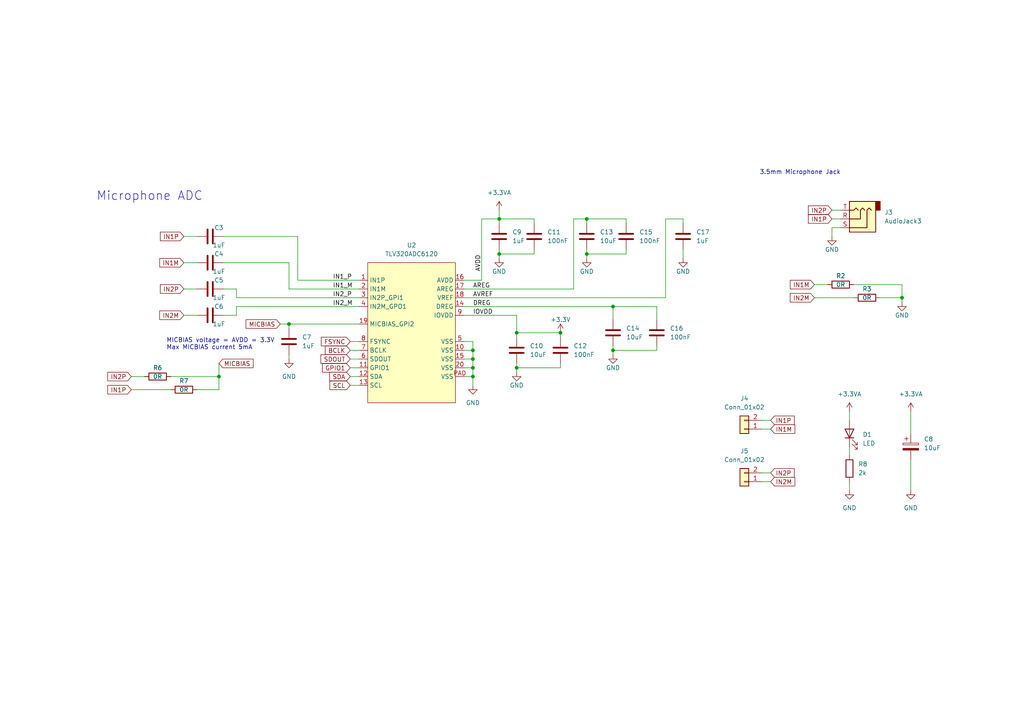
<source format=kicad_sch>
(kicad_sch (version 20230121) (generator eeschema)
  (paper "A4")
  (lib_symbols
    (symbol "Connector:AudioJack3"
      (property "Reference" "J" (at 0 8.89 0))
      (property "Value" "AudioJack3" (at 0 6.35 0))
      (symbol "AudioJack3_0_1"
        (rectangle (start -5.08 -5.08) (end -6.35 -2.54) (stroke (width 0.254)) (fill (type outline)))
        (polyline (pts (xy 0 -2.54) (xy 0.635 -3.175) (xy 1.27 -2.54) (xy 2.54 -2.54)) (stroke (width 0.254)))
        (polyline (pts (xy -1.905 -2.54) (xy -1.27 -3.175) (xy -0.635 -2.54) (xy -0.635 0) (xy 2.54 0)) (stroke (width 0.254)))
        (polyline (pts (xy 2.54 2.54) (xy -2.54 2.54) (xy -2.54 -2.54) (xy -3.175 -3.175) (xy -3.81 -2.54)) (stroke (width 0.254)))
        (rectangle (start 2.54 3.81) (end -5.08 -5.08) (stroke (width 0.254)) (fill (type background)))
      )
      (symbol "AudioJack3_1_1"
        (pin passive line (at 5.08 0 180) (length 2.54) (name "~") (number "R"))
        (pin passive line (at 5.08 2.54 180) (length 2.54) (name "~") (number "S"))
        (pin passive line (at 5.08 -2.54 180) (length 2.54) (name "~") (number "T"))
      )
    )
    (symbol "Connector_Generic:Conn_01x02" (pin_names (offset 1.016) hide)
      (property "Reference" "J" (at 0 2.54 0))
      (property "Value" "Conn_01x02" (at 0 -5.08 0))
      (symbol "Conn_01x02_1_1"
        (rectangle (start -1.27 -2.413) (end 0 -2.667) (stroke (width 0.1524)))
        (rectangle (start -1.27 0.127) (end 0 -0.127) (stroke (width 0.1524)))
        (rectangle (start -1.27 1.27) (end 1.27 -3.81) (stroke (width 0.254)) (fill (type background)))
        (pin passive line (at -5.08 0 0) (length 3.81) (name "Pin_1") (number "1"))
        (pin passive line (at -5.08 -2.54 0) (length 3.81) (name "Pin_2") (number "2"))
      )
    )
    (symbol "Device:C" (pin_numbers hide) (pin_names (offset 0.254))
      (property "Reference" "C" (at 0.635 2.54 0))
      (property "Value" "C" (at 0.635 -2.54 0))
      (symbol "C_0_1"
        (polyline (pts (xy -2.032 -0.762) (xy 2.032 -0.762)) (stroke (width 0.508)))
        (polyline (pts (xy -2.032 0.762) (xy 2.032 0.762)) (stroke (width 0.508)))
      )
      (symbol "C_1_1"
        (pin passive line (at 0 3.81 270) (length 2.794) (name "~") (number "1"))
        (pin passive line (at 0 -3.81 90) (length 2.794) (name "~") (number "2"))
      )
    )
    (symbol "Device:C_Polarized" (pin_numbers hide) (pin_names (offset 0.254))
      (property "Reference" "C" (at 0.635 2.54 0))
      (property "Value" "C_Polarized" (at 0.635 -2.54 0))
      (symbol "C_Polarized_0_1"
        (rectangle (start -2.286 0.508) (end 2.286 1.016))
        (polyline (pts (xy -1.778 2.286) (xy -0.762 2.286)))
        (polyline (pts (xy -1.27 2.794) (xy -1.27 1.778)))
        (rectangle (start 2.286 -0.508) (end -2.286 -1.016) (fill (type outline)))
      )
      (symbol "C_Polarized_1_1"
        (pin passive line (at 0 3.81 270) (length 2.794) (name "~") (number "1"))
        (pin passive line (at 0 -3.81 90) (length 2.794) (name "~") (number "2"))
      )
    )
    (symbol "Device:LED" (pin_numbers hide) (pin_names (offset 1.016) hide)
      (property "Reference" "D" (at 0 2.54 0))
      (property "Value" "LED" (at 0 -2.54 0))
      (symbol "LED_0_1"
        (polyline (pts (xy -1.27 -1.27) (xy -1.27 1.27)) (stroke (width 0.254)))
        (polyline (pts (xy -1.27 0) (xy 1.27 0)))
        (polyline (pts (xy 1.27 -1.27) (xy 1.27 1.27) (xy -1.27 0) (xy 1.27 -1.27)) (stroke (width 0.254)))
        (polyline (pts (xy -3.048 -0.762) (xy -4.572 -2.286) (xy -3.81 -2.286) (xy -4.572 -2.286) (xy -4.572 -1.524)))
        (polyline (pts (xy -1.778 -0.762) (xy -3.302 -2.286) (xy -2.54 -2.286) (xy -3.302 -2.286) (xy -3.302 -1.524)))
      )
      (symbol "LED_1_1"
        (pin passive line (at -3.81 0 0) (length 2.54) (name "K") (number "1"))
        (pin passive line (at 3.81 0 180) (length 2.54) (name "A") (number "2"))
      )
    )
    (symbol "Device:R" (pin_numbers hide) (pin_names (offset 0))
      (property "Reference" "R" (at 2.032 0 90))
      (property "Value" "R" (at 0 0 90))
      (symbol "R_0_1"
        (rectangle (start -1.016 -2.54) (end 1.016 2.54) (stroke (width 0.254)))
      )
      (symbol "R_1_1"
        (pin passive line (at 0 3.81 270) (length 1.27) (name "~") (number "1"))
        (pin passive line (at 0 -3.81 90) (length 1.27) (name "~") (number "2"))
      )
    )
    (symbol "Project_Library:TLV320ADC6120"
      (property "Reference" "U" (at 0 15.24 0))
      (property "Value" "TLV320ADC6120" (at 0 -20.32 0))
      (symbol "TLV320ADC6120_0_1"
        (rectangle (start -12.7 17.78) (end 12.7 -22.86) (fill (type background)))
      )
      (symbol "TLV320ADC6120_1_1"
        (pin input line (at -15.24 12.7 0) (length 2.54) (name "IN1P") (number "1"))
        (pin power_in line (at 15.24 -7.62 180) (length 2.54) (name "VSS") (number "10"))
        (pin bidirectional line (at -15.24 -12.7 0) (length 2.54) (name "GPIO1") (number "11"))
        (pin bidirectional line (at -15.24 -15.24 0) (length 2.54) (name "SDA") (number "12"))
        (pin input line (at -15.24 -17.78 0) (length 2.54) (name "SCL") (number "13"))
        (pin power_in line (at 15.24 5.08 180) (length 2.54) (name "DREG") (number "14"))
        (pin power_in line (at 15.24 -10.16 180) (length 2.54) (name "VSS") (number "15"))
        (pin power_in line (at 15.24 12.7 180) (length 2.54) (name "AVDD") (number "16"))
        (pin power_in line (at 15.24 10.16 180) (length 2.54) (name "AREG") (number "17"))
        (pin output line (at 15.24 7.62 180) (length 2.54) (name "VREF") (number "18"))
        (pin bidirectional line (at -15.24 0 0) (length 2.54) (name "MICBIAS_GPI2") (number "19"))
        (pin input line (at -15.24 10.16 0) (length 2.54) (name "IN1M") (number "2"))
        (pin power_in line (at 15.24 -12.7 180) (length 2.54) (name "VSS") (number "20"))
        (pin input line (at -15.24 7.62 0) (length 2.54) (name "IN2P_GPI1") (number "3"))
        (pin bidirectional line (at -15.24 5.08 0) (length 2.54) (name "IN2M_GPO1") (number "4"))
        (pin power_in line (at 15.24 -5.08 180) (length 2.54) (name "VSS") (number "5"))
        (pin output line (at -15.24 -10.16 0) (length 2.54) (name "SDOUT") (number "6"))
        (pin bidirectional line (at -15.24 -7.62 0) (length 2.54) (name "BCLK") (number "7"))
        (pin bidirectional line (at -15.24 -5.08 0) (length 2.54) (name "FSYNC") (number "8"))
        (pin power_in line (at 15.24 2.54 180) (length 2.54) (name "IOVDD") (number "9"))
        (pin power_in line (at 15.24 -15.24 180) (length 2.54) (name "VSS") (number "PAD"))
      )
    )
    (symbol "power:+3.3V" (power) (pin_names (offset 0))
      (property "Value" "+3.3V" (at 0 3.556 0))
      (symbol "+3.3V_0_1"
        (polyline (pts (xy -0.762 1.27) (xy 0 2.54)))
        (polyline (pts (xy 0 0) (xy 0 2.54)))
        (polyline (pts (xy 0 2.54) (xy 0.762 1.27)))
      )
      (symbol "+3.3V_1_1"
        (pin power_in line (at 0 0 90) (length 0) hide (name "+3.3V") (number "1"))
      )
    )
    (symbol "power:+3.3VA" (power) (pin_names (offset 0))
      (property "Value" "+3.3VA" (at 0 3.556 0))
      (symbol "+3.3VA_0_1"
        (polyline (pts (xy -0.762 1.27) (xy 0 2.54)))
        (polyline (pts (xy 0 0) (xy 0 2.54)))
        (polyline (pts (xy 0 2.54) (xy 0.762 1.27)))
      )
      (symbol "+3.3VA_1_1"
        (pin power_in line (at 0 0 90) (length 0) hide (name "+3.3VA") (number "1"))
      )
    )
    (symbol "power:GND" (power) (pin_names (offset 0))
      (property "Value" "GND" (at 0 -3.81 0))
      (symbol "GND_0_1"
        (polyline (pts (xy 0 0) (xy 0 -1.27) (xy 1.27 -1.27) (xy 0 -2.54) (xy -1.27 -1.27) (xy 0 -1.27)))
      )
      (symbol "GND_1_1"
        (pin power_in line (at 0 0 270) (length 0) hide (name "GND") (number "1"))
      )
    )
  )
  (junction (at 177.8 88.9))
  (junction (at 170.18 73.66))
  (junction (at 162.56 96.52))
  (junction (at 144.78 73.66))
  (junction (at 144.78 63.5))
  (junction (at 261.62 86.36))
  (junction (at 137.16 104.14))
  (junction (at 137.16 101.6))
  (junction (at 63.5 109.22))
  (junction (at 137.16 106.68))
  (junction (at 83.82 93.98))
  (junction (at 149.86 106.68))
  (junction (at 170.18 63.5))
  (junction (at 137.16 109.22))
  (junction (at 149.86 96.52))
  (junction (at 177.8 101.6))
  (wire (pts (xy 144.78 60.96) (xy 144.78 63.5)))
  (wire (pts (xy 149.86 96.52) (xy 162.56 96.52)))
  (wire (pts (xy 38.1 113.03) (xy 49.53 113.03)))
  (wire (pts (xy 101.6 109.22) (xy 104.14 109.22)))
  (wire (pts (xy 162.56 96.52) (xy 162.56 97.79)))
  (wire (pts (xy 101.6 99.06) (xy 104.14 99.06)))
  (wire (pts (xy 154.94 64.77) (xy 154.94 63.5)))
  (wire (pts (xy 264.16 119.38) (xy 264.16 125.73)))
  (wire (pts (xy 246.38 129.54) (xy 246.38 132.08)))
  (wire (pts (xy 64.77 91.44) (xy 68.58 91.44)))
  (wire (pts (xy 101.6 104.14) (xy 104.14 104.14)))
  (wire (pts (xy 134.62 83.82) (xy 166.37 83.82)))
  (wire (pts (xy 104.14 81.28) (xy 86.36 81.28)))
  (wire (pts (xy 83.82 102.87) (xy 83.82 104.14)))
  (wire (pts (xy 154.94 72.39) (xy 154.94 73.66)))
  (wire (pts (xy 255.27 86.36) (xy 261.62 86.36)))
  (wire (pts (xy 193.04 63.5) (xy 198.12 63.5)))
  (wire (pts (xy 170.18 73.66) (xy 170.18 74.93)))
  (wire (pts (xy 139.7 63.5) (xy 139.7 81.28)))
  (wire (pts (xy 68.58 88.9) (xy 68.58 91.44)))
  (wire (pts (xy 220.98 121.92) (xy 223.52 121.92)))
  (wire (pts (xy 53.34 83.82) (xy 57.15 83.82)))
  (wire (pts (xy 154.94 73.66) (xy 144.78 73.66)))
  (wire (pts (xy 144.78 63.5) (xy 144.78 64.77)))
  (wire (pts (xy 144.78 74.93) (xy 144.78 73.66)))
  (wire (pts (xy 181.61 72.39) (xy 181.61 73.66)))
  (wire (pts (xy 243.84 66.04) (xy 241.3 66.04)))
  (wire (pts (xy 101.6 111.76) (xy 104.14 111.76)))
  (wire (pts (xy 63.5 113.03) (xy 57.15 113.03)))
  (wire (pts (xy 236.22 82.55) (xy 240.03 82.55)))
  (wire (pts (xy 154.94 63.5) (xy 144.78 63.5)))
  (wire (pts (xy 177.8 88.9) (xy 190.5 88.9)))
  (wire (pts (xy 181.61 64.77) (xy 181.61 63.5)))
  (wire (pts (xy 53.34 68.58) (xy 57.15 68.58)))
  (wire (pts (xy 149.86 106.68) (xy 149.86 107.95)))
  (wire (pts (xy 83.82 83.82) (xy 83.82 76.2)))
  (wire (pts (xy 144.78 72.39) (xy 144.78 73.66)))
  (wire (pts (xy 64.77 68.58) (xy 86.36 68.58)))
  (wire (pts (xy 177.8 88.9) (xy 177.8 92.71)))
  (wire (pts (xy 220.98 124.46) (xy 223.52 124.46)))
  (wire (pts (xy 83.82 93.98) (xy 104.14 93.98)))
  (wire (pts (xy 236.22 86.36) (xy 247.65 86.36)))
  (wire (pts (xy 243.84 60.96) (xy 241.3 60.96)))
  (wire (pts (xy 198.12 72.39) (xy 198.12 74.93)))
  (wire (pts (xy 139.7 81.28) (xy 134.62 81.28)))
  (wire (pts (xy 137.16 99.06) (xy 137.16 101.6)))
  (wire (pts (xy 261.62 86.36) (xy 261.62 87.63)))
  (wire (pts (xy 166.37 63.5) (xy 170.18 63.5)))
  (wire (pts (xy 81.28 93.98) (xy 83.82 93.98)))
  (wire (pts (xy 246.38 139.7) (xy 246.38 142.24)))
  (wire (pts (xy 134.62 109.22) (xy 137.16 109.22)))
  (wire (pts (xy 181.61 63.5) (xy 170.18 63.5)))
  (wire (pts (xy 198.12 63.5) (xy 198.12 64.77)))
  (wire (pts (xy 86.36 81.28) (xy 86.36 68.58)))
  (wire (pts (xy 83.82 93.98) (xy 83.82 95.25)))
  (wire (pts (xy 261.62 82.55) (xy 261.62 86.36)))
  (wire (pts (xy 177.8 101.6) (xy 177.8 102.87)))
  (wire (pts (xy 63.5 109.22) (xy 63.5 113.03)))
  (wire (pts (xy 247.65 82.55) (xy 261.62 82.55)))
  (wire (pts (xy 38.1 109.22) (xy 41.91 109.22)))
  (wire (pts (xy 149.86 91.44) (xy 134.62 91.44)))
  (wire (pts (xy 101.6 106.68) (xy 104.14 106.68)))
  (wire (pts (xy 134.62 88.9) (xy 177.8 88.9)))
  (wire (pts (xy 139.7 63.5) (xy 144.78 63.5)))
  (wire (pts (xy 134.62 106.68) (xy 137.16 106.68)))
  (wire (pts (xy 134.62 101.6) (xy 137.16 101.6)))
  (wire (pts (xy 170.18 63.5) (xy 170.18 64.77)))
  (wire (pts (xy 220.98 139.7) (xy 223.52 139.7)))
  (wire (pts (xy 193.04 86.36) (xy 193.04 63.5)))
  (wire (pts (xy 243.84 63.5) (xy 241.3 63.5)))
  (wire (pts (xy 134.62 104.14) (xy 137.16 104.14)))
  (wire (pts (xy 246.38 119.38) (xy 246.38 121.92)))
  (wire (pts (xy 137.16 104.14) (xy 137.16 106.68)))
  (wire (pts (xy 241.3 66.04) (xy 241.3 68.58)))
  (wire (pts (xy 104.14 88.9) (xy 68.58 88.9)))
  (wire (pts (xy 149.86 105.41) (xy 149.86 106.68)))
  (wire (pts (xy 190.5 100.33) (xy 190.5 101.6)))
  (wire (pts (xy 149.86 96.52) (xy 149.86 91.44)))
  (wire (pts (xy 170.18 72.39) (xy 170.18 73.66)))
  (wire (pts (xy 53.34 91.44) (xy 57.15 91.44)))
  (wire (pts (xy 181.61 73.66) (xy 170.18 73.66)))
  (wire (pts (xy 68.58 83.82) (xy 64.77 83.82)))
  (wire (pts (xy 64.77 76.2) (xy 83.82 76.2)))
  (wire (pts (xy 166.37 83.82) (xy 166.37 63.5)))
  (wire (pts (xy 134.62 86.36) (xy 193.04 86.36)))
  (wire (pts (xy 190.5 101.6) (xy 177.8 101.6)))
  (wire (pts (xy 104.14 86.36) (xy 68.58 86.36)))
  (wire (pts (xy 177.8 100.33) (xy 177.8 101.6)))
  (wire (pts (xy 149.86 96.52) (xy 149.86 97.79)))
  (wire (pts (xy 162.56 105.41) (xy 162.56 106.68)))
  (wire (pts (xy 49.53 109.22) (xy 63.5 109.22)))
  (wire (pts (xy 134.62 99.06) (xy 137.16 99.06)))
  (wire (pts (xy 162.56 106.68) (xy 149.86 106.68)))
  (wire (pts (xy 104.14 83.82) (xy 83.82 83.82)))
  (wire (pts (xy 101.6 101.6) (xy 104.14 101.6)))
  (wire (pts (xy 137.16 101.6) (xy 137.16 104.14)))
  (wire (pts (xy 63.5 105.41) (xy 63.5 109.22)))
  (wire (pts (xy 53.34 76.2) (xy 57.15 76.2)))
  (wire (pts (xy 68.58 86.36) (xy 68.58 83.82)))
  (wire (pts (xy 190.5 88.9) (xy 190.5 92.71)))
  (wire (pts (xy 137.16 106.68) (xy 137.16 109.22)))
  (wire (pts (xy 137.16 109.22) (xy 137.16 111.76)))
  (wire (pts (xy 264.16 133.35) (xy 264.16 142.24)))
  (wire (pts (xy 220.98 137.16) (xy 223.52 137.16)))
  (text "3.5mm Microphone Jack" (at 243.84 50.8 0) (effects (font (size 1.27 1.27)) (justify right bottom)))
  (text "MICBIAS voltage = AVDD = 3.3V\nMax MICBIAS current 5mA" (at 48.26 101.6 0) (effects (font (size 1.27 1.27)) (justify left bottom)))
  (text "Microphone ADC" (at 27.94 58.42 0) (effects (font (size 2.54 2.54)) (justify left bottom)))
  (label "DREG" (at 137.16 88.9 0))
  (label "IN2_P" (at 96.52 86.36 0))
  (label "AREG" (at 137.16 83.82 0))
  (label "IN2_M" (at 96.52 88.9 0))
  (label "AVREF" (at 137.16 86.36 0))
  (label "IOVDD" (at 137.16 91.44 0))
  (label "IN1_P" (at 96.52 81.28 0))
  (label "IN1_M" (at 96.52 83.82 0))
  (label "AVDD" (at 139.7 78.74 90))
  (global_label "IN1M" (shape input) (at 223.52 124.46 0) (property "Intersheetrefs" "${INTERSHEET_REFS}" (effects hide)))
  (global_label "IN2M" (shape input) (at 223.52 139.7 0) (property "Intersheetrefs" "${INTERSHEET_REFS}" (effects hide)))
  (global_label "GPIO1" (shape input) (at 101.6 106.68 180) (property "Intersheetrefs" "${INTERSHEET_REFS}" (effects hide)))
  (global_label "IN2P" (shape input) (at 241.3 60.96 180) (property "Intersheetrefs" "${INTERSHEET_REFS}" (effects hide)))
  (global_label "IN1M" (shape input) (at 53.34 76.2 180) (property "Intersheetrefs" "${INTERSHEET_REFS}" (effects hide)))
  (global_label "SDOUT" (shape input) (at 101.6 104.14 180) (property "Intersheetrefs" "${INTERSHEET_REFS}" (effects hide)))
  (global_label "MICBIAS" (shape input) (at 81.28 93.98 180) (property "Intersheetrefs" "${INTERSHEET_REFS}" (effects hide)))
  (global_label "IN2P" (shape input) (at 53.34 83.82 180) (property "Intersheetrefs" "${INTERSHEET_REFS}" (effects hide)))
  (global_label "IN1P" (shape input) (at 223.52 121.92 0) (property "Intersheetrefs" "${INTERSHEET_REFS}" (effects hide)))
  (global_label "BCLK" (shape input) (at 101.6 101.6 180) (property "Intersheetrefs" "${INTERSHEET_REFS}" (effects hide)))
  (global_label "IN1M" (shape input) (at 236.22 82.55 180) (property "Intersheetrefs" "${INTERSHEET_REFS}" (effects hide)))
  (global_label "IN1P" (shape input) (at 241.3 63.5 180) (property "Intersheetrefs" "${INTERSHEET_REFS}" (effects hide)))
  (global_label "IN2M" (shape input) (at 53.34 91.44 180) (property "Intersheetrefs" "${INTERSHEET_REFS}" (effects hide)))
  (global_label "IN1P" (shape input) (at 53.34 68.58 180) (property "Intersheetrefs" "${INTERSHEET_REFS}" (effects hide)))
  (global_label "IN2P" (shape input) (at 223.52 137.16 0) (property "Intersheetrefs" "${INTERSHEET_REFS}" (effects hide)))
  (global_label "SDA" (shape input) (at 101.6 109.22 180) (property "Intersheetrefs" "${INTERSHEET_REFS}" (effects hide)))
  (global_label "IN2M" (shape input) (at 236.22 86.36 180) (property "Intersheetrefs" "${INTERSHEET_REFS}" (effects hide)))
  (global_label "MICBIAS" (shape input) (at 63.5 105.41 0) (property "Intersheetrefs" "${INTERSHEET_REFS}" (effects hide)))
  (global_label "FSYNC" (shape input) (at 101.6 99.06 180) (property "Intersheetrefs" "${INTERSHEET_REFS}" (effects hide)))
  (global_label "IN2P" (shape input) (at 38.1 109.22 180) (property "Intersheetrefs" "${INTERSHEET_REFS}" (effects hide)))
  (global_label "SCL" (shape input) (at 101.6 111.76 180) (property "Intersheetrefs" "${INTERSHEET_REFS}" (effects hide)))
  (global_label "IN1P" (shape input) (at 38.1 113.03 180) (property "Intersheetrefs" "${INTERSHEET_REFS}" (effects hide)))
  (symbol (lib_id "Device:C") (at 83.82 99.06 0) (unit 1)
    (property "Reference" "C7" (at 87.63 97.7899 0) (effects (justify left)))
    (property "Value" "1uF" (at 87.63 100.3299 0) (effects (justify left)))
    (property "Footprint" "Capacitor_SMD:C_0603_1608Metric" (effects hide))
    (instances (project "TLV320ADC6120_Board" (path "" (reference "C7") (unit 1))) (project "TLV320ADC6120-MOD" (path "" (reference "C212") (unit 1))) (project "STM32-USB-Audio-Board" (path "" (reference "C314") (unit 1))))
  )
  (symbol (lib_id "power:GND") (at 83.82 104.14 0) (unit 1)
    (property "Reference" "#PWR09" (effects hide))
    (property "Value" "GND" (at 83.82 109.22 0))
    (instances (project "TLV320ADC6120_Board" (path "" (reference "#PWR09") (unit 1))) (project "TLV320ADC6120-MOD" (path "" (reference "#PWR0209") (unit 1))) (project "STM32-USB-Audio-Board" (path "" (reference "#PWR0310") (unit 1))))
  )
  (symbol (lib_id "Connector_Generic:Conn_01x02") (at 215.9 139.7 180) (unit 1)
    (property "Reference" "J5" (at 215.9 130.81 0))
    (property "Value" "Conn_01x02" (at 215.9 133.35 0))
    (property "Footprint" "Connector_JST:JST_PH_B2B-PH-SM4-TB_1x02-1MP_P2.00mm_Vertical" (effects hide))
    (instances (project "TLV320ADC6120_Board" (path "" (reference "J5") (unit 1))) (project "TLV320ADC6120-MOD" (path "" (reference "J203") (unit 1))) (project "STM32-USB-Audio-Board" (path "" (reference "J305") (unit 1))))
  )
  (symbol (lib_id "power:GND") (at 198.12 74.93 0) (unit 1)
    (property "Reference" "#PWR019" (effects hide))
    (property "Value" "GND" (at 198.12 78.74 0))
    (instances (project "TLV320ADC6120_Board" (path "" (reference "#PWR019") (unit 1))) (project "TLV320ADC6120-MOD" (path "" (reference "#PWR0205") (unit 1))) (project "STM32-USB-Audio-Board" (path "" (reference "#PWR0306") (unit 1))))
  )
  (symbol (lib_id "Project_Library:TLV320ADC6120") (at 119.38 93.98 0) (unit 1)
    (property "Reference" "U2" (at 119.38 71.12 0))
    (property "Value" "TLV320ADC6120" (at 119.38 73.66 0))
    (property "Footprint" "Library:QFN-16_EP_3x3_Pitch0.5mm" (effects hide))
    (property "Datasheet" "https://www.ti.com/lit/ds/symlink/tlv320adc6120.pdf" (effects hide))
    (instances (project "TLV320ADC6120_Board" (path "" (reference "U2") (unit 1))) (project "TLV320ADC6120-MOD" (path "" (reference "U201") (unit 1))) (project "STM32-USB-Audio-Board" (path "" (reference "U302") (unit 1))))
  )
  (symbol (lib_id "power:+3.3VA") (at 264.16 119.38 0) (unit 1)
    (property "Reference" "#PWR010" (effects hide))
    (property "Value" "+3.3VA" (at 264.16 114.3 0))
    (instances (project "TLV320ADC6120_Board" (path "" (reference "#PWR010") (unit 1))) (project "TLV320ADC6120-MOD" (path "" (reference "#PWR0213") (unit 1))) (project "STM32-USB-Audio-Board" (path "" (reference "#PWR0316") (unit 1))))
  )
  (symbol (lib_id "Device:LED") (at 246.38 125.73 90) (unit 1)
    (property "Reference" "D1" (at 250.19 126.0474 90) (effects (justify right)))
    (property "Value" "LED" (at 250.19 128.5874 90) (effects (justify right)))
    (property "Footprint" "LED_SMD:LED_0603_1608Metric" (effects hide))
    (instances (project "TLV320ADC6120_Board" (path "" (reference "D1") (unit 1))) (project "TLV320ADC6120-MOD" (path "" (reference "D201") (unit 1))) (project "STM32-USB-Audio-Board" (path "" (reference "D301") (unit 1))))
  )
  (symbol (lib_id "Device:C") (at 60.96 76.2 90) (unit 1)
    (property "Reference" "C4" (at 63.5 73.66 90))
    (property "Value" "1uF" (at 63.5 78.74 90))
    (property "Footprint" "Capacitor_SMD:C_1206_3216Metric" (effects hide))
    (instances (project "TLV320ADC6120_Board" (path "" (reference "C4") (unit 1))) (project "TLV320ADC6120-MOD" (path "" (reference "C207") (unit 1))) (project "STM32-USB-Audio-Board" (path "" (reference "C309") (unit 1))))
  )
  (symbol (lib_id "power:GND") (at 144.78 74.93 0) (unit 1)
    (property "Reference" "#PWR014" (effects hide))
    (property "Value" "GND" (at 144.78 78.74 0))
    (instances (project "TLV320ADC6120_Board" (path "" (reference "#PWR014") (unit 1))) (project "TLV320ADC6120-MOD" (path "" (reference "#PWR0203") (unit 1))) (project "STM32-USB-Audio-Board" (path "" (reference "#PWR0304") (unit 1))))
  )
  (symbol (lib_id "power:GND") (at 149.86 107.95 0) (unit 1)
    (property "Reference" "#PWR015" (effects hide))
    (property "Value" "GND" (at 149.86 111.76 0))
    (instances (project "TLV320ADC6120_Board" (path "" (reference "#PWR015") (unit 1))) (project "TLV320ADC6120-MOD" (path "" (reference "#PWR0210") (unit 1))) (project "STM32-USB-Audio-Board" (path "" (reference "#PWR0311") (unit 1))))
  )
  (symbol (lib_id "power:+3.3V") (at 162.56 96.52 0) (unit 1)
    (property "Reference" "#PWR0216" (effects hide))
    (property "Value" "+3.3V" (at 162.56 92.71 0))
  )
  (symbol (lib_id "Device:C") (at 162.56 101.6 0) (unit 1)
    (property "Reference" "C12" (at 166.37 100.3299 0) (effects (justify left)))
    (property "Value" "100nF" (at 166.37 102.8699 0) (effects (justify left)))
    (property "Footprint" "Capacitor_SMD:C_0402_1005Metric" (effects hide))
    (instances (project "TLV320ADC6120_Board" (path "" (reference "C12") (unit 1))) (project "TLV320ADC6120-MOD" (path "" (reference "C214") (unit 1))) (project "STM32-USB-Audio-Board" (path "" (reference "C316") (unit 1))))
  )
  (symbol (lib_id "Device:C") (at 149.86 101.6 0) (unit 1)
    (property "Reference" "C10" (at 153.67 100.3299 0) (effects (justify left)))
    (property "Value" "10uF" (at 153.67 102.8699 0) (effects (justify left)))
    (property "Footprint" "Capacitor_SMD:C_0603_1608Metric" (effects hide))
    (instances (project "TLV320ADC6120_Board" (path "" (reference "C10") (unit 1))) (project "TLV320ADC6120-MOD" (path "" (reference "C213") (unit 1))) (project "STM32-USB-Audio-Board" (path "" (reference "C315") (unit 1))))
  )
  (symbol (lib_id "Device:C") (at 181.61 68.58 0) (unit 1)
    (property "Reference" "C15" (at 185.42 67.3099 0) (effects (justify left)))
    (property "Value" "100nF" (at 185.42 69.8499 0) (effects (justify left)))
    (property "Footprint" "Capacitor_SMD:C_0402_1005Metric" (effects hide))
    (instances (project "TLV320ADC6120_Board" (path "" (reference "C15") (unit 1))) (project "TLV320ADC6120-MOD" (path "" (reference "C205") (unit 1))) (project "STM32-USB-Audio-Board" (path "" (reference "C307") (unit 1))))
  )
  (symbol (lib_id "Device:C") (at 60.96 91.44 90) (unit 1)
    (property "Reference" "C6" (at 63.5 88.9 90))
    (property "Value" "1uF" (at 63.5 93.98 90))
    (property "Footprint" "Capacitor_SMD:C_1206_3216Metric" (effects hide))
    (instances (project "TLV320ADC6120_Board" (path "" (reference "C6") (unit 1))) (project "TLV320ADC6120-MOD" (path "" (reference "C209") (unit 1))) (project "STM32-USB-Audio-Board" (path "" (reference "C311") (unit 1))))
  )
  (symbol (lib_id "Device:R") (at 45.72 109.22 90) (unit 1)
    (property "Reference" "R6" (at 45.72 106.68 90))
    (property "Value" "0R" (at 45.72 109.22 90))
    (property "Footprint" "Resistor_SMD:R_0603_1608Metric" (effects hide))
    (instances (project "TLV320ADC6120_Board" (path "" (reference "R6") (unit 1))) (project "TLV320ADC6120-MOD" (path "" (reference "R203") (unit 1))) (project "STM32-USB-Audio-Board" (path "" (reference "R302") (unit 1))))
  )
  (symbol (lib_id "Device:C") (at 144.78 68.58 0) (unit 1)
    (property "Reference" "C9" (at 148.59 67.3099 0) (effects (justify left)))
    (property "Value" "1uF" (at 148.59 69.8499 0) (effects (justify left)))
    (property "Footprint" "Capacitor_SMD:C_0603_1608Metric" (effects hide))
    (instances (project "TLV320ADC6120_Board" (path "" (reference "C9") (unit 1))) (project "TLV320ADC6120-MOD" (path "" (reference "C202") (unit 1))) (project "STM32-USB-Audio-Board" (path "" (reference "C304") (unit 1))))
  )
  (symbol (lib_id "Device:C") (at 177.8 96.52 0) (unit 1)
    (property "Reference" "C14" (at 181.61 95.2499 0) (effects (justify left)))
    (property "Value" "10uF" (at 181.61 97.7899 0) (effects (justify left)))
    (property "Footprint" "Capacitor_SMD:C_0603_1608Metric" (effects hide))
    (instances (project "TLV320ADC6120_Board" (path "" (reference "C14") (unit 1))) (project "TLV320ADC6120-MOD" (path "" (reference "C210") (unit 1))) (project "STM32-USB-Audio-Board" (path "" (reference "C312") (unit 1))))
  )
  (symbol (lib_id "Device:C") (at 60.96 68.58 90) (unit 1)
    (property "Reference" "C3" (at 63.5 66.04 90))
    (property "Value" "1uF" (at 63.5 71.12 90))
    (property "Footprint" "Capacitor_SMD:C_1206_3216Metric" (effects hide))
    (instances (project "TLV320ADC6120_Board" (path "" (reference "C3") (unit 1))) (project "TLV320ADC6120-MOD" (path "" (reference "C201") (unit 1))) (project "STM32-USB-Audio-Board" (path "" (reference "C303") (unit 1))))
  )
  (symbol (lib_id "power:GND") (at 137.16 111.76 0) (unit 1)
    (property "Reference" "#PWR012" (effects hide))
    (property "Value" "GND" (at 137.16 116.84 0))
    (instances (project "TLV320ADC6120_Board" (path "" (reference "#PWR012") (unit 1))) (project "TLV320ADC6120-MOD" (path "" (reference "#PWR0211") (unit 1))) (project "STM32-USB-Audio-Board" (path "" (reference "#PWR0313") (unit 1))))
  )
  (symbol (lib_id "power:GND") (at 170.18 74.93 0) (unit 1)
    (property "Reference" "#PWR017" (effects hide))
    (property "Value" "GND" (at 170.18 78.74 0))
    (instances (project "TLV320ADC6120_Board" (path "" (reference "#PWR017") (unit 1))) (project "TLV320ADC6120-MOD" (path "" (reference "#PWR0204") (unit 1))) (project "STM32-USB-Audio-Board" (path "" (reference "#PWR0305") (unit 1))))
  )
  (symbol (lib_id "Device:C_Polarized") (at 264.16 129.54 0) (unit 1)
    (property "Reference" "C8" (at 267.97 127.3809 0) (effects (justify left)))
    (property "Value" "10uF" (at 267.97 129.9209 0) (effects (justify left)))
    (property "Footprint" "Capacitor_Tantalum_SMD:CP_EIA-3216-18_Kemet-A" (effects hide))
    (instances (project "TLV320ADC6120_Board" (path "" (reference "C8") (unit 1))) (project "TLV320ADC6120-MOD" (path "" (reference "C215") (unit 1))) (project "STM32-USB-Audio-Board" (path "" (reference "C317") (unit 1))))
  )
  (symbol (lib_id "Connector_Generic:Conn_01x02") (at 215.9 124.46 180) (unit 1)
    (property "Reference" "J4" (at 215.9 115.57 0))
    (property "Value" "Conn_01x02" (at 215.9 118.11 0))
    (property "Footprint" "Connector_JST:JST_PH_B2B-PH-SM4-TB_1x02-1MP_P2.00mm_Vertical" (effects hide))
    (instances (project "TLV320ADC6120_Board" (path "" (reference "J4") (unit 1))) (project "TLV320ADC6120-MOD" (path "" (reference "J202") (unit 1))) (project "STM32-USB-Audio-Board" (path "" (reference "J302") (unit 1))))
  )
  (symbol (lib_id "power:GND") (at 177.8 102.87 0) (unit 1)
    (property "Reference" "#PWR018" (effects hide))
    (property "Value" "GND" (at 177.8 106.68 0))
    (instances (project "TLV320ADC6120_Board" (path "" (reference "#PWR018") (unit 1))) (project "TLV320ADC6120-MOD" (path "" (reference "#PWR0208") (unit 1))) (project "STM32-USB-Audio-Board" (path "" (reference "#PWR0309") (unit 1))))
  )
  (symbol (lib_id "power:+3.3VA") (at 144.78 60.96 0) (unit 1)
    (property "Reference" "#PWR013" (effects hide))
    (property "Value" "+3.3VA" (at 144.78 55.88 0))
    (instances (project "TLV320ADC6120_Board" (path "" (reference "#PWR013") (unit 1))) (project "TLV320ADC6120-MOD" (path "" (reference "#PWR0201") (unit 1))) (project "STM32-USB-Audio-Board" (path "" (reference "#PWR0303") (unit 1))))
  )
  (symbol (lib_id "power:GND") (at 261.62 87.63 0) (unit 1)
    (property "Reference" "#PWR04" (effects hide))
    (property "Value" "GND" (at 261.62 91.44 0))
    (instances (project "TLV320ADC6120_Board" (path "" (reference "#PWR04") (unit 1))) (project "TLV320ADC6120-MOD" (path "" (reference "#PWR0206") (unit 1))) (project "STM32-USB-Audio-Board" (path "" (reference "#PWR0314") (unit 1))))
  )
  (symbol (lib_id "Device:C") (at 170.18 68.58 0) (unit 1)
    (property "Reference" "C13" (at 173.99 67.3099 0) (effects (justify left)))
    (property "Value" "10uF" (at 173.99 69.8499 0) (effects (justify left)))
    (property "Footprint" "Capacitor_SMD:C_0603_1608Metric" (effects hide))
    (instances (project "TLV320ADC6120_Board" (path "" (reference "C13") (unit 1))) (project "TLV320ADC6120-MOD" (path "" (reference "C204") (unit 1))) (project "STM32-USB-Audio-Board" (path "" (reference "C306") (unit 1))))
  )
  (symbol (lib_id "Device:R") (at 53.34 113.03 90) (unit 1)
    (property "Reference" "R7" (at 53.34 110.49 90))
    (property "Value" "0R" (at 53.34 113.03 90))
    (property "Footprint" "Resistor_SMD:R_0603_1608Metric" (effects hide))
    (instances (project "TLV320ADC6120_Board" (path "" (reference "R7") (unit 1))) (project "TLV320ADC6120-MOD" (path "" (reference "R204") (unit 1))) (project "STM32-USB-Audio-Board" (path "" (reference "R303") (unit 1))))
  )
  (symbol (lib_id "Device:R") (at 246.38 135.89 0) (unit 1)
    (property "Reference" "R8" (at 248.92 134.6199 0) (effects (justify left)))
    (property "Value" "2k" (at 248.92 137.1599 0) (effects (justify left)))
    (property "Footprint" "Resistor_SMD:R_0603_1608Metric" (effects hide))
    (instances (project "TLV320ADC6120_Board" (path "" (reference "R8") (unit 1))) (project "TLV320ADC6120-MOD" (path "" (reference "R205") (unit 1))) (project "STM32-USB-Audio-Board" (path "" (reference "R306") (unit 1))))
  )
  (symbol (lib_id "Connector:AudioJack3") (at 248.92 63.5 180) (unit 1)
    (property "Reference" "J3" (at 256.54 61.5949 0) (effects (justify right)))
    (property "Value" "AudioJack3" (at 256.54 64.1349 0) (effects (justify right)))
    (property "Footprint" "Connector_Audio:Jack_3.5mm_CUI_SJ-3523-SMT_Horizontal" (effects hide))
    (instances (project "TLV320ADC6120_Board" (path "" (reference "J3") (unit 1))) (project "TLV320ADC6120-MOD" (path "" (reference "J201") (unit 1))) (project "STM32-USB-Audio-Board" (path "" (reference "J301") (unit 1))))
  )
  (symbol (lib_id "Device:R") (at 251.46 86.36 90) (unit 1)
    (property "Reference" "R3" (at 251.46 83.82 90))
    (property "Value" "0R" (at 251.46 86.36 90))
    (property "Footprint" "Resistor_SMD:R_0603_1608Metric" (effects hide))
    (instances (project "TLV320ADC6120_Board" (path "" (reference "R3") (unit 1))) (project "TLV320ADC6120-MOD" (path "" (reference "R202") (unit 1))) (project "STM32-USB-Audio-Board" (path "" (reference "R305") (unit 1))))
  )
  (symbol (lib_id "power:+3.3VA") (at 246.38 119.38 0) (unit 1)
    (property "Reference" "#PWR07" (effects hide))
    (property "Value" "+3.3VA" (at 246.38 114.3 0))
    (instances (project "TLV320ADC6120_Board" (path "" (reference "#PWR07") (unit 1))) (project "TLV320ADC6120-MOD" (path "" (reference "#PWR0212") (unit 1))) (project "STM32-USB-Audio-Board" (path "" (reference "#PWR0315") (unit 1))))
  )
  (symbol (lib_id "Device:C") (at 190.5 96.52 0) (unit 1)
    (property "Reference" "C16" (at 194.31 95.2499 0) (effects (justify left)))
    (property "Value" "100nF" (at 194.31 97.7899 0) (effects (justify left)))
    (property "Footprint" "Capacitor_SMD:C_0402_1005Metric" (effects hide))
    (instances (project "TLV320ADC6120_Board" (path "" (reference "C16") (unit 1))) (project "TLV320ADC6120-MOD" (path "" (reference "C211") (unit 1))) (project "STM32-USB-Audio-Board" (path "" (reference "C313") (unit 1))))
  )
  (symbol (lib_id "power:GND") (at 241.3 68.58 0) (unit 1)
    (property "Reference" "#PWR02" (effects hide))
    (property "Value" "GND" (at 241.3 72.39 0))
    (instances (project "TLV320ADC6120_Board" (path "" (reference "#PWR02") (unit 1))) (project "TLV320ADC6120-MOD" (path "" (reference "#PWR0202") (unit 1))) (project "STM32-USB-Audio-Board" (path "" (reference "#PWR0312") (unit 1))))
  )
  (symbol (lib_id "Device:C") (at 154.94 68.58 0) (unit 1)
    (property "Reference" "C11" (at 158.75 67.3099 0) (effects (justify left)))
    (property "Value" "100nF" (at 158.75 69.8499 0) (effects (justify left)))
    (property "Footprint" "Capacitor_SMD:C_0402_1005Metric" (effects hide))
    (instances (project "TLV320ADC6120_Board" (path "" (reference "C11") (unit 1))) (project "TLV320ADC6120-MOD" (path "" (reference "C203") (unit 1))) (project "STM32-USB-Audio-Board" (path "" (reference "C305") (unit 1))))
  )
  (symbol (lib_id "Device:R") (at 243.84 82.55 90) (unit 1)
    (property "Reference" "R2" (at 243.84 80.01 90))
    (property "Value" "0R" (at 243.84 82.55 90))
    (property "Footprint" "Resistor_SMD:R_0603_1608Metric" (effects hide))
    (instances (project "TLV320ADC6120_Board" (path "" (reference "R2") (unit 1))) (project "TLV320ADC6120-MOD" (path "" (reference "R201") (unit 1))) (project "STM32-USB-Audio-Board" (path "" (reference "R304") (unit 1))))
  )
  (symbol (lib_id "power:GND") (at 264.16 142.24 0) (unit 1)
    (property "Reference" "#PWR011" (effects hide))
    (property "Value" "GND" (at 264.16 147.32 0))
    (instances (project "TLV320ADC6120_Board" (path "" (reference "#PWR011") (unit 1))) (project "TLV320ADC6120-MOD" (path "" (reference "#PWR0215") (unit 1))) (project "STM32-USB-Audio-Board" (path "" (reference "#PWR0319") (unit 1))))
  )
  (symbol (lib_id "Device:C") (at 198.12 68.58 0) (unit 1)
    (property "Reference" "C17" (at 201.93 67.3099 0) (effects (justify left)))
    (property "Value" "1uF" (at 201.93 69.8499 0) (effects (justify left)))
    (property "Footprint" "Capacitor_SMD:C_0603_1608Metric" (effects hide))
    (instances (project "TLV320ADC6120_Board" (path "" (reference "C17") (unit 1))) (project "TLV320ADC6120-MOD" (path "" (reference "C206") (unit 1))) (project "STM32-USB-Audio-Board" (path "" (reference "C308") (unit 1))))
  )
  (symbol (lib_id "Device:C") (at 60.96 83.82 90) (unit 1)
    (property "Reference" "C5" (at 63.5 81.28 90))
    (property "Value" "1uF" (at 63.5 86.36 90))
    (property "Footprint" "Capacitor_SMD:C_1206_3216Metric" (effects hide))
    (instances (project "TLV320ADC6120_Board" (path "" (reference "C5") (unit 1))) (project "TLV320ADC6120-MOD" (path "" (reference "C208") (unit 1))) (project "STM32-USB-Audio-Board" (path "" (reference "C310") (unit 1))))
  )
  (symbol (lib_id "power:GND") (at 246.38 142.24 0) (unit 1)
    (property "Reference" "#PWR08" (effects hide))
    (property "Value" "GND" (at 246.38 147.32 0))
    (instances (project "TLV320ADC6120_Board" (path "" (reference "#PWR08") (unit 1))) (project "TLV320ADC6120-MOD" (path "" (reference "#PWR0214") (unit 1))) (project "STM32-USB-Audio-Board" (path "" (reference "#PWR0318") (unit 1))))
  )
)
</source>
